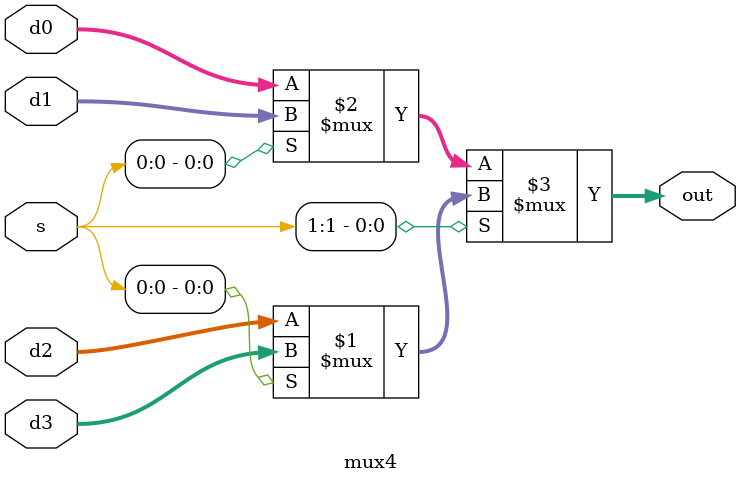
<source format=v>
module mux4 #(parameter WIDTH=32) (
    input wire [WIDTH-1:0] d0, d1, d2, d3,
    input wire [1:0] s,

    output wire [WIDTH-1:0] out
);
    assign out = s[1] ? (s[0] ? d3: d2):
                        (s[0] ? d1: d0);
    
endmodule
</source>
